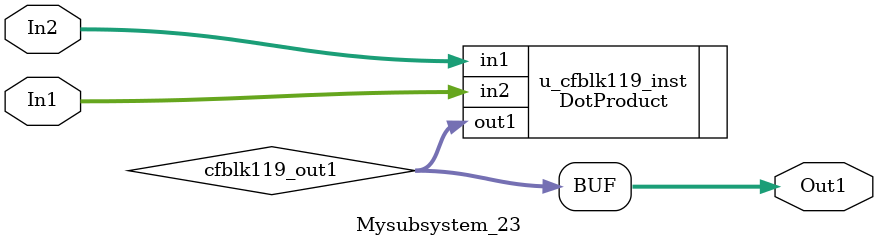
<source format=v>



`timescale 1 ns / 1 ns

module Mysubsystem_23
          (In1,
           In2,
           Out1);


  input   [7:0] In1;  // uint8
  input   [7:0] In2;  // uint8
  output  [15:0] Out1;  // uint16


  wire [15:0] cfblk119_out1;  // uint16


  DotProduct u_cfblk119_inst (.in1(In2),  // uint8
                              .in2(In1),  // uint8
                              .out1(cfblk119_out1)  // uint16
                              );

  assign Out1 = cfblk119_out1;

endmodule  // Mysubsystem_23


</source>
